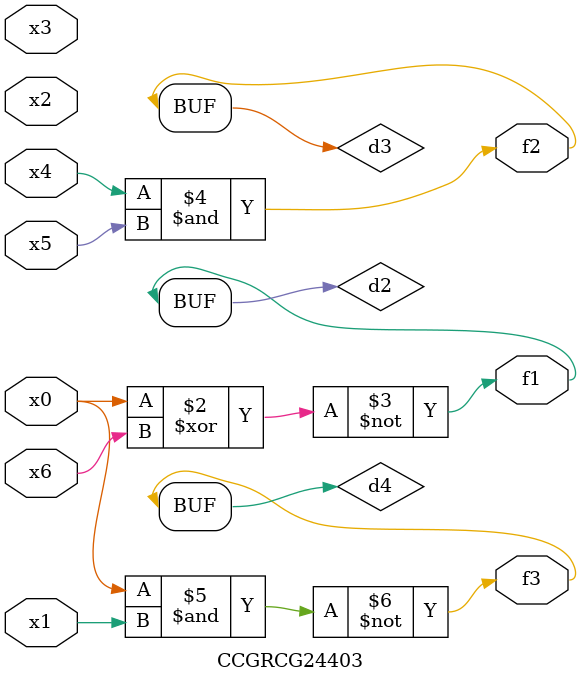
<source format=v>
module CCGRCG24403(
	input x0, x1, x2, x3, x4, x5, x6,
	output f1, f2, f3
);

	wire d1, d2, d3, d4;

	nor (d1, x0);
	xnor (d2, x0, x6);
	and (d3, x4, x5);
	nand (d4, x0, x1);
	assign f1 = d2;
	assign f2 = d3;
	assign f3 = d4;
endmodule

</source>
